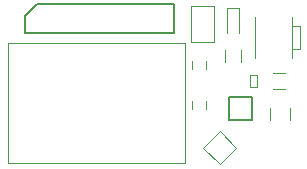
<source format=gbr>
G04 #@! TF.FileFunction,Legend,Top*
%FSLAX46Y46*%
G04 Gerber Fmt 4.6, Leading zero omitted, Abs format (unit mm)*
G04 Created by KiCad (PCBNEW 4.0.7) date Monday, October 21, 2019 'PMt' 07:48:59 PM*
%MOMM*%
%LPD*%
G01*
G04 APERTURE LIST*
%ADD10C,0.100000*%
%ADD11C,0.120000*%
%ADD12C,0.150000*%
%ADD13C,0.110000*%
%ADD14C,0.050000*%
G04 APERTURE END LIST*
D10*
D11*
X118520000Y-115538000D02*
X118520000Y-116238000D01*
X117320000Y-116238000D02*
X117320000Y-115538000D01*
X125564000Y-117150000D02*
X125564000Y-116150000D01*
X123864000Y-116150000D02*
X123864000Y-117150000D01*
D12*
X104187500Y-107378500D02*
X103187500Y-108378500D01*
X103187500Y-108378500D02*
X103187500Y-109791500D01*
X103187500Y-109791500D02*
X115760500Y-109791500D01*
X115760500Y-109791500D02*
X115760500Y-107378500D01*
X115760500Y-107378500D02*
X104187500Y-107378500D01*
X120412000Y-115205000D02*
X122412000Y-115205000D01*
X122412000Y-115205000D02*
X122412000Y-117205000D01*
X122412000Y-117205000D02*
X120412000Y-117205000D01*
X120412000Y-117205000D02*
X120412000Y-115205000D01*
D11*
X121277000Y-107666000D02*
X120277000Y-107666000D01*
X120277000Y-107666000D02*
X120277000Y-109766000D01*
X121277000Y-107666000D02*
X121277000Y-109766000D01*
X121457000Y-111260000D02*
X121457000Y-112260000D01*
X120097000Y-112260000D02*
X120097000Y-111260000D01*
D10*
X116713000Y-120840000D02*
X116713000Y-110640000D01*
X101713000Y-110640000D02*
X116713000Y-110640000D01*
X101713000Y-120840000D02*
X101713000Y-110640000D01*
X116713000Y-120840000D02*
X101713000Y-120840000D01*
X119174000Y-110530000D02*
X119174000Y-107530000D01*
X119174000Y-107530000D02*
X117174000Y-107530000D01*
X117174000Y-107530000D02*
X117174000Y-110530000D01*
X117174000Y-110530000D02*
X119174000Y-110530000D01*
X119634000Y-118092786D02*
X118219786Y-119507000D01*
X118219786Y-119507000D02*
X119634000Y-120921214D01*
X119634000Y-120921214D02*
X121048214Y-119507000D01*
D13*
X121048214Y-119507000D02*
X119634000Y-118092786D01*
D11*
X117320000Y-112872000D02*
X117320000Y-112172000D01*
X118520000Y-112172000D02*
X118520000Y-112872000D01*
D14*
X122792000Y-113356000D02*
X122792000Y-114356000D01*
X122792000Y-114356000D02*
X122192000Y-114356000D01*
X122192000Y-114356000D02*
X122192000Y-113356000D01*
X122192000Y-113356000D02*
X122792000Y-113356000D01*
D11*
X125150000Y-114536000D02*
X124150000Y-114536000D01*
X124150000Y-113176000D02*
X125150000Y-113176000D01*
X125756000Y-109222000D02*
X126406000Y-109222000D01*
X126406000Y-109222000D02*
X126406000Y-111122000D01*
X126406000Y-111122000D02*
X125756000Y-111122000D01*
X122656000Y-111922000D02*
X122656000Y-108422000D01*
X125756000Y-108422000D02*
X125756000Y-111922000D01*
M02*

</source>
